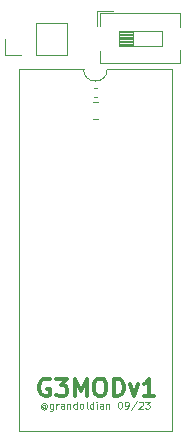
<source format=gbr>
%TF.GenerationSoftware,KiCad,Pcbnew,7.0.6*%
%TF.CreationDate,2023-09-04T21:12:20+01:00*%
%TF.ProjectId,TRSG3Mod,54525347-334d-46f6-942e-6b696361645f,rev?*%
%TF.SameCoordinates,Original*%
%TF.FileFunction,Legend,Top*%
%TF.FilePolarity,Positive*%
%FSLAX46Y46*%
G04 Gerber Fmt 4.6, Leading zero omitted, Abs format (unit mm)*
G04 Created by KiCad (PCBNEW 7.0.6) date 2023-09-04 21:12:20*
%MOMM*%
%LPD*%
G01*
G04 APERTURE LIST*
%ADD10C,0.100000*%
%ADD11C,0.300000*%
%ADD12C,0.120000*%
G04 APERTURE END LIST*
D10*
X111360713Y-83835657D02*
X111332142Y-83807085D01*
X111332142Y-83807085D02*
X111274999Y-83778514D01*
X111274999Y-83778514D02*
X111217856Y-83778514D01*
X111217856Y-83778514D02*
X111160713Y-83807085D01*
X111160713Y-83807085D02*
X111132142Y-83835657D01*
X111132142Y-83835657D02*
X111103570Y-83892800D01*
X111103570Y-83892800D02*
X111103570Y-83949942D01*
X111103570Y-83949942D02*
X111132142Y-84007085D01*
X111132142Y-84007085D02*
X111160713Y-84035657D01*
X111160713Y-84035657D02*
X111217856Y-84064228D01*
X111217856Y-84064228D02*
X111274999Y-84064228D01*
X111274999Y-84064228D02*
X111332142Y-84035657D01*
X111332142Y-84035657D02*
X111360713Y-84007085D01*
X111360713Y-83778514D02*
X111360713Y-84007085D01*
X111360713Y-84007085D02*
X111389285Y-84035657D01*
X111389285Y-84035657D02*
X111417856Y-84035657D01*
X111417856Y-84035657D02*
X111474999Y-84007085D01*
X111474999Y-84007085D02*
X111503570Y-83949942D01*
X111503570Y-83949942D02*
X111503570Y-83807085D01*
X111503570Y-83807085D02*
X111446428Y-83721371D01*
X111446428Y-83721371D02*
X111360713Y-83664228D01*
X111360713Y-83664228D02*
X111246428Y-83635657D01*
X111246428Y-83635657D02*
X111132142Y-83664228D01*
X111132142Y-83664228D02*
X111046428Y-83721371D01*
X111046428Y-83721371D02*
X110989285Y-83807085D01*
X110989285Y-83807085D02*
X110960713Y-83921371D01*
X110960713Y-83921371D02*
X110989285Y-84035657D01*
X110989285Y-84035657D02*
X111046428Y-84121371D01*
X111046428Y-84121371D02*
X111132142Y-84178514D01*
X111132142Y-84178514D02*
X111246428Y-84207085D01*
X111246428Y-84207085D02*
X111360713Y-84178514D01*
X111360713Y-84178514D02*
X111446428Y-84121371D01*
X112017857Y-83721371D02*
X112017857Y-84207085D01*
X112017857Y-84207085D02*
X111989285Y-84264228D01*
X111989285Y-84264228D02*
X111960714Y-84292800D01*
X111960714Y-84292800D02*
X111903571Y-84321371D01*
X111903571Y-84321371D02*
X111817857Y-84321371D01*
X111817857Y-84321371D02*
X111760714Y-84292800D01*
X112017857Y-84092800D02*
X111960714Y-84121371D01*
X111960714Y-84121371D02*
X111846428Y-84121371D01*
X111846428Y-84121371D02*
X111789285Y-84092800D01*
X111789285Y-84092800D02*
X111760714Y-84064228D01*
X111760714Y-84064228D02*
X111732142Y-84007085D01*
X111732142Y-84007085D02*
X111732142Y-83835657D01*
X111732142Y-83835657D02*
X111760714Y-83778514D01*
X111760714Y-83778514D02*
X111789285Y-83749942D01*
X111789285Y-83749942D02*
X111846428Y-83721371D01*
X111846428Y-83721371D02*
X111960714Y-83721371D01*
X111960714Y-83721371D02*
X112017857Y-83749942D01*
X112303571Y-84121371D02*
X112303571Y-83721371D01*
X112303571Y-83835657D02*
X112332142Y-83778514D01*
X112332142Y-83778514D02*
X112360714Y-83749942D01*
X112360714Y-83749942D02*
X112417856Y-83721371D01*
X112417856Y-83721371D02*
X112474999Y-83721371D01*
X112932143Y-84121371D02*
X112932143Y-83807085D01*
X112932143Y-83807085D02*
X112903571Y-83749942D01*
X112903571Y-83749942D02*
X112846428Y-83721371D01*
X112846428Y-83721371D02*
X112732143Y-83721371D01*
X112732143Y-83721371D02*
X112675000Y-83749942D01*
X112932143Y-84092800D02*
X112875000Y-84121371D01*
X112875000Y-84121371D02*
X112732143Y-84121371D01*
X112732143Y-84121371D02*
X112675000Y-84092800D01*
X112675000Y-84092800D02*
X112646428Y-84035657D01*
X112646428Y-84035657D02*
X112646428Y-83978514D01*
X112646428Y-83978514D02*
X112675000Y-83921371D01*
X112675000Y-83921371D02*
X112732143Y-83892800D01*
X112732143Y-83892800D02*
X112875000Y-83892800D01*
X112875000Y-83892800D02*
X112932143Y-83864228D01*
X113217857Y-83721371D02*
X113217857Y-84121371D01*
X113217857Y-83778514D02*
X113246428Y-83749942D01*
X113246428Y-83749942D02*
X113303571Y-83721371D01*
X113303571Y-83721371D02*
X113389285Y-83721371D01*
X113389285Y-83721371D02*
X113446428Y-83749942D01*
X113446428Y-83749942D02*
X113475000Y-83807085D01*
X113475000Y-83807085D02*
X113475000Y-84121371D01*
X114017857Y-84121371D02*
X114017857Y-83521371D01*
X114017857Y-84092800D02*
X113960714Y-84121371D01*
X113960714Y-84121371D02*
X113846428Y-84121371D01*
X113846428Y-84121371D02*
X113789285Y-84092800D01*
X113789285Y-84092800D02*
X113760714Y-84064228D01*
X113760714Y-84064228D02*
X113732142Y-84007085D01*
X113732142Y-84007085D02*
X113732142Y-83835657D01*
X113732142Y-83835657D02*
X113760714Y-83778514D01*
X113760714Y-83778514D02*
X113789285Y-83749942D01*
X113789285Y-83749942D02*
X113846428Y-83721371D01*
X113846428Y-83721371D02*
X113960714Y-83721371D01*
X113960714Y-83721371D02*
X114017857Y-83749942D01*
X114389285Y-84121371D02*
X114332142Y-84092800D01*
X114332142Y-84092800D02*
X114303571Y-84064228D01*
X114303571Y-84064228D02*
X114274999Y-84007085D01*
X114274999Y-84007085D02*
X114274999Y-83835657D01*
X114274999Y-83835657D02*
X114303571Y-83778514D01*
X114303571Y-83778514D02*
X114332142Y-83749942D01*
X114332142Y-83749942D02*
X114389285Y-83721371D01*
X114389285Y-83721371D02*
X114474999Y-83721371D01*
X114474999Y-83721371D02*
X114532142Y-83749942D01*
X114532142Y-83749942D02*
X114560714Y-83778514D01*
X114560714Y-83778514D02*
X114589285Y-83835657D01*
X114589285Y-83835657D02*
X114589285Y-84007085D01*
X114589285Y-84007085D02*
X114560714Y-84064228D01*
X114560714Y-84064228D02*
X114532142Y-84092800D01*
X114532142Y-84092800D02*
X114474999Y-84121371D01*
X114474999Y-84121371D02*
X114389285Y-84121371D01*
X114932142Y-84121371D02*
X114874999Y-84092800D01*
X114874999Y-84092800D02*
X114846428Y-84035657D01*
X114846428Y-84035657D02*
X114846428Y-83521371D01*
X115417857Y-84121371D02*
X115417857Y-83521371D01*
X115417857Y-84092800D02*
X115360714Y-84121371D01*
X115360714Y-84121371D02*
X115246428Y-84121371D01*
X115246428Y-84121371D02*
X115189285Y-84092800D01*
X115189285Y-84092800D02*
X115160714Y-84064228D01*
X115160714Y-84064228D02*
X115132142Y-84007085D01*
X115132142Y-84007085D02*
X115132142Y-83835657D01*
X115132142Y-83835657D02*
X115160714Y-83778514D01*
X115160714Y-83778514D02*
X115189285Y-83749942D01*
X115189285Y-83749942D02*
X115246428Y-83721371D01*
X115246428Y-83721371D02*
X115360714Y-83721371D01*
X115360714Y-83721371D02*
X115417857Y-83749942D01*
X115703571Y-84121371D02*
X115703571Y-83721371D01*
X115703571Y-83521371D02*
X115674999Y-83549942D01*
X115674999Y-83549942D02*
X115703571Y-83578514D01*
X115703571Y-83578514D02*
X115732142Y-83549942D01*
X115732142Y-83549942D02*
X115703571Y-83521371D01*
X115703571Y-83521371D02*
X115703571Y-83578514D01*
X116246428Y-84121371D02*
X116246428Y-83807085D01*
X116246428Y-83807085D02*
X116217856Y-83749942D01*
X116217856Y-83749942D02*
X116160713Y-83721371D01*
X116160713Y-83721371D02*
X116046428Y-83721371D01*
X116046428Y-83721371D02*
X115989285Y-83749942D01*
X116246428Y-84092800D02*
X116189285Y-84121371D01*
X116189285Y-84121371D02*
X116046428Y-84121371D01*
X116046428Y-84121371D02*
X115989285Y-84092800D01*
X115989285Y-84092800D02*
X115960713Y-84035657D01*
X115960713Y-84035657D02*
X115960713Y-83978514D01*
X115960713Y-83978514D02*
X115989285Y-83921371D01*
X115989285Y-83921371D02*
X116046428Y-83892800D01*
X116046428Y-83892800D02*
X116189285Y-83892800D01*
X116189285Y-83892800D02*
X116246428Y-83864228D01*
X116532142Y-83721371D02*
X116532142Y-84121371D01*
X116532142Y-83778514D02*
X116560713Y-83749942D01*
X116560713Y-83749942D02*
X116617856Y-83721371D01*
X116617856Y-83721371D02*
X116703570Y-83721371D01*
X116703570Y-83721371D02*
X116760713Y-83749942D01*
X116760713Y-83749942D02*
X116789285Y-83807085D01*
X116789285Y-83807085D02*
X116789285Y-84121371D01*
X117646427Y-83521371D02*
X117703570Y-83521371D01*
X117703570Y-83521371D02*
X117760713Y-83549942D01*
X117760713Y-83549942D02*
X117789285Y-83578514D01*
X117789285Y-83578514D02*
X117817856Y-83635657D01*
X117817856Y-83635657D02*
X117846427Y-83749942D01*
X117846427Y-83749942D02*
X117846427Y-83892800D01*
X117846427Y-83892800D02*
X117817856Y-84007085D01*
X117817856Y-84007085D02*
X117789285Y-84064228D01*
X117789285Y-84064228D02*
X117760713Y-84092800D01*
X117760713Y-84092800D02*
X117703570Y-84121371D01*
X117703570Y-84121371D02*
X117646427Y-84121371D01*
X117646427Y-84121371D02*
X117589285Y-84092800D01*
X117589285Y-84092800D02*
X117560713Y-84064228D01*
X117560713Y-84064228D02*
X117532142Y-84007085D01*
X117532142Y-84007085D02*
X117503570Y-83892800D01*
X117503570Y-83892800D02*
X117503570Y-83749942D01*
X117503570Y-83749942D02*
X117532142Y-83635657D01*
X117532142Y-83635657D02*
X117560713Y-83578514D01*
X117560713Y-83578514D02*
X117589285Y-83549942D01*
X117589285Y-83549942D02*
X117646427Y-83521371D01*
X118132142Y-84121371D02*
X118246428Y-84121371D01*
X118246428Y-84121371D02*
X118303571Y-84092800D01*
X118303571Y-84092800D02*
X118332142Y-84064228D01*
X118332142Y-84064228D02*
X118389285Y-83978514D01*
X118389285Y-83978514D02*
X118417856Y-83864228D01*
X118417856Y-83864228D02*
X118417856Y-83635657D01*
X118417856Y-83635657D02*
X118389285Y-83578514D01*
X118389285Y-83578514D02*
X118360714Y-83549942D01*
X118360714Y-83549942D02*
X118303571Y-83521371D01*
X118303571Y-83521371D02*
X118189285Y-83521371D01*
X118189285Y-83521371D02*
X118132142Y-83549942D01*
X118132142Y-83549942D02*
X118103571Y-83578514D01*
X118103571Y-83578514D02*
X118074999Y-83635657D01*
X118074999Y-83635657D02*
X118074999Y-83778514D01*
X118074999Y-83778514D02*
X118103571Y-83835657D01*
X118103571Y-83835657D02*
X118132142Y-83864228D01*
X118132142Y-83864228D02*
X118189285Y-83892800D01*
X118189285Y-83892800D02*
X118303571Y-83892800D01*
X118303571Y-83892800D02*
X118360714Y-83864228D01*
X118360714Y-83864228D02*
X118389285Y-83835657D01*
X118389285Y-83835657D02*
X118417856Y-83778514D01*
X119103571Y-83492800D02*
X118589285Y-84264228D01*
X119274999Y-83578514D02*
X119303571Y-83549942D01*
X119303571Y-83549942D02*
X119360714Y-83521371D01*
X119360714Y-83521371D02*
X119503571Y-83521371D01*
X119503571Y-83521371D02*
X119560714Y-83549942D01*
X119560714Y-83549942D02*
X119589285Y-83578514D01*
X119589285Y-83578514D02*
X119617856Y-83635657D01*
X119617856Y-83635657D02*
X119617856Y-83692800D01*
X119617856Y-83692800D02*
X119589285Y-83778514D01*
X119589285Y-83778514D02*
X119246428Y-84121371D01*
X119246428Y-84121371D02*
X119617856Y-84121371D01*
X119817857Y-83521371D02*
X120189285Y-83521371D01*
X120189285Y-83521371D02*
X119989285Y-83749942D01*
X119989285Y-83749942D02*
X120075000Y-83749942D01*
X120075000Y-83749942D02*
X120132143Y-83778514D01*
X120132143Y-83778514D02*
X120160714Y-83807085D01*
X120160714Y-83807085D02*
X120189285Y-83864228D01*
X120189285Y-83864228D02*
X120189285Y-84007085D01*
X120189285Y-84007085D02*
X120160714Y-84064228D01*
X120160714Y-84064228D02*
X120132143Y-84092800D01*
X120132143Y-84092800D02*
X120075000Y-84121371D01*
X120075000Y-84121371D02*
X119903571Y-84121371D01*
X119903571Y-84121371D02*
X119846428Y-84092800D01*
X119846428Y-84092800D02*
X119817857Y-84064228D01*
D11*
X111715225Y-81647257D02*
X111572368Y-81575828D01*
X111572368Y-81575828D02*
X111358082Y-81575828D01*
X111358082Y-81575828D02*
X111143796Y-81647257D01*
X111143796Y-81647257D02*
X111000939Y-81790114D01*
X111000939Y-81790114D02*
X110929510Y-81932971D01*
X110929510Y-81932971D02*
X110858082Y-82218685D01*
X110858082Y-82218685D02*
X110858082Y-82432971D01*
X110858082Y-82432971D02*
X110929510Y-82718685D01*
X110929510Y-82718685D02*
X111000939Y-82861542D01*
X111000939Y-82861542D02*
X111143796Y-83004400D01*
X111143796Y-83004400D02*
X111358082Y-83075828D01*
X111358082Y-83075828D02*
X111500939Y-83075828D01*
X111500939Y-83075828D02*
X111715225Y-83004400D01*
X111715225Y-83004400D02*
X111786653Y-82932971D01*
X111786653Y-82932971D02*
X111786653Y-82432971D01*
X111786653Y-82432971D02*
X111500939Y-82432971D01*
X112286653Y-81575828D02*
X113215225Y-81575828D01*
X113215225Y-81575828D02*
X112715225Y-82147257D01*
X112715225Y-82147257D02*
X112929510Y-82147257D01*
X112929510Y-82147257D02*
X113072368Y-82218685D01*
X113072368Y-82218685D02*
X113143796Y-82290114D01*
X113143796Y-82290114D02*
X113215225Y-82432971D01*
X113215225Y-82432971D02*
X113215225Y-82790114D01*
X113215225Y-82790114D02*
X113143796Y-82932971D01*
X113143796Y-82932971D02*
X113072368Y-83004400D01*
X113072368Y-83004400D02*
X112929510Y-83075828D01*
X112929510Y-83075828D02*
X112500939Y-83075828D01*
X112500939Y-83075828D02*
X112358082Y-83004400D01*
X112358082Y-83004400D02*
X112286653Y-82932971D01*
X113858081Y-83075828D02*
X113858081Y-81575828D01*
X113858081Y-81575828D02*
X114358081Y-82647257D01*
X114358081Y-82647257D02*
X114858081Y-81575828D01*
X114858081Y-81575828D02*
X114858081Y-83075828D01*
X115858082Y-81575828D02*
X116143796Y-81575828D01*
X116143796Y-81575828D02*
X116286653Y-81647257D01*
X116286653Y-81647257D02*
X116429510Y-81790114D01*
X116429510Y-81790114D02*
X116500939Y-82075828D01*
X116500939Y-82075828D02*
X116500939Y-82575828D01*
X116500939Y-82575828D02*
X116429510Y-82861542D01*
X116429510Y-82861542D02*
X116286653Y-83004400D01*
X116286653Y-83004400D02*
X116143796Y-83075828D01*
X116143796Y-83075828D02*
X115858082Y-83075828D01*
X115858082Y-83075828D02*
X115715225Y-83004400D01*
X115715225Y-83004400D02*
X115572367Y-82861542D01*
X115572367Y-82861542D02*
X115500939Y-82575828D01*
X115500939Y-82575828D02*
X115500939Y-82075828D01*
X115500939Y-82075828D02*
X115572367Y-81790114D01*
X115572367Y-81790114D02*
X115715225Y-81647257D01*
X115715225Y-81647257D02*
X115858082Y-81575828D01*
X117143796Y-83075828D02*
X117143796Y-81575828D01*
X117143796Y-81575828D02*
X117500939Y-81575828D01*
X117500939Y-81575828D02*
X117715225Y-81647257D01*
X117715225Y-81647257D02*
X117858082Y-81790114D01*
X117858082Y-81790114D02*
X117929511Y-81932971D01*
X117929511Y-81932971D02*
X118000939Y-82218685D01*
X118000939Y-82218685D02*
X118000939Y-82432971D01*
X118000939Y-82432971D02*
X117929511Y-82718685D01*
X117929511Y-82718685D02*
X117858082Y-82861542D01*
X117858082Y-82861542D02*
X117715225Y-83004400D01*
X117715225Y-83004400D02*
X117500939Y-83075828D01*
X117500939Y-83075828D02*
X117143796Y-83075828D01*
X118500939Y-82075828D02*
X118858082Y-83075828D01*
X118858082Y-83075828D02*
X119215225Y-82075828D01*
X120572368Y-83075828D02*
X119715225Y-83075828D01*
X120143796Y-83075828D02*
X120143796Y-81575828D01*
X120143796Y-81575828D02*
X120000939Y-81790114D01*
X120000939Y-81790114D02*
X119858082Y-81932971D01*
X119858082Y-81932971D02*
X119715225Y-82004400D01*
D12*
%TO.C,SW1*%
X115735000Y-50425000D02*
X115735000Y-51735000D01*
X115735000Y-50425000D02*
X117118000Y-50425000D01*
X115975000Y-50665000D02*
X115975000Y-51735000D01*
X115975000Y-50665000D02*
X122796000Y-50665000D01*
X115975000Y-53815000D02*
X115975000Y-54885000D01*
X115975000Y-54885000D02*
X122796000Y-54885000D01*
X117575000Y-52140000D02*
X117575000Y-53410000D01*
X117575000Y-52260000D02*
X118781667Y-52260000D01*
X117575000Y-52380000D02*
X118781667Y-52380000D01*
X117575000Y-52500000D02*
X118781667Y-52500000D01*
X117575000Y-52620000D02*
X118781667Y-52620000D01*
X117575000Y-52740000D02*
X118781667Y-52740000D01*
X117575000Y-52860000D02*
X118781667Y-52860000D01*
X117575000Y-52980000D02*
X118781667Y-52980000D01*
X117575000Y-53100000D02*
X118781667Y-53100000D01*
X117575000Y-53220000D02*
X118781667Y-53220000D01*
X117575000Y-53340000D02*
X118781667Y-53340000D01*
X117575000Y-53410000D02*
X121195000Y-53410000D01*
X118781667Y-52140000D02*
X118781667Y-53410000D01*
X121195000Y-52140000D02*
X117575000Y-52140000D01*
X121195000Y-53410000D02*
X121195000Y-52140000D01*
X122796000Y-50665000D02*
X122796000Y-51785000D01*
X122796000Y-53765000D02*
X122796000Y-54885000D01*
%TO.C,R2*%
X115440109Y-56970000D02*
X115747391Y-56970000D01*
X115440109Y-57730000D02*
X115747391Y-57730000D01*
%TO.C,J2*%
X107955000Y-54155000D02*
X107955000Y-52825000D01*
X109285000Y-54155000D02*
X107955000Y-54155000D01*
X110555000Y-54155000D02*
X113155000Y-54155000D01*
X110555000Y-54155000D02*
X110555000Y-51495000D01*
X113155000Y-54155000D02*
X113155000Y-51495000D01*
X110555000Y-51495000D02*
X113155000Y-51495000D01*
%TO.C,U1*%
X109135000Y-55395000D02*
X109135000Y-85995000D01*
X109135000Y-85995000D02*
X122055000Y-85995000D01*
X114595000Y-55395000D02*
X109135000Y-55395000D01*
X122055000Y-55395000D02*
X116595000Y-55395000D01*
X122055000Y-85995000D02*
X122055000Y-55395000D01*
X114595000Y-55395000D02*
G75*
G03*
X116595000Y-55395000I1000000J0D01*
G01*
%TO.C,R1*%
X115366686Y-58165000D02*
X115820814Y-58165000D01*
X115366686Y-59635000D02*
X115820814Y-59635000D01*
%TD*%
M02*

</source>
